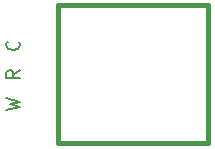
<source format=gto>
G04 (created by PCBNEW-RS274X (2012-apr-16-27)-stable) date Sat 13 Sep 2014 01:38:15 PM PDT*
G01*
G70*
G90*
%MOIN*%
G04 Gerber Fmt 3.4, Leading zero omitted, Abs format*
%FSLAX34Y34*%
G04 APERTURE LIST*
%ADD10C,0.006000*%
%ADD11C,0.008000*%
%ADD12C,0.015000*%
%ADD13C,0.012000*%
G04 APERTURE END LIST*
G54D10*
G54D11*
X40282Y-44193D02*
X40732Y-44086D01*
X40411Y-44000D01*
X40732Y-43914D01*
X40282Y-43807D01*
X40732Y-42861D02*
X40518Y-43011D01*
X40732Y-43118D02*
X40282Y-43118D01*
X40282Y-42946D01*
X40304Y-42904D01*
X40325Y-42882D01*
X40368Y-42861D01*
X40432Y-42861D01*
X40475Y-42882D01*
X40496Y-42904D01*
X40518Y-42946D01*
X40518Y-43118D01*
X40689Y-41911D02*
X40711Y-41932D01*
X40732Y-41996D01*
X40732Y-42039D01*
X40711Y-42104D01*
X40668Y-42146D01*
X40625Y-42168D01*
X40539Y-42189D01*
X40475Y-42189D01*
X40389Y-42168D01*
X40346Y-42146D01*
X40304Y-42104D01*
X40282Y-42039D01*
X40282Y-41996D01*
X40304Y-41932D01*
X40325Y-41911D01*
G54D12*
X42000Y-45300D02*
X42000Y-45100D01*
X42000Y-45200D02*
X42000Y-40700D01*
X42000Y-40700D02*
X47000Y-40700D01*
X47000Y-40700D02*
X47000Y-45300D01*
X47000Y-45300D02*
X42000Y-45300D01*
G54D13*
M02*

</source>
